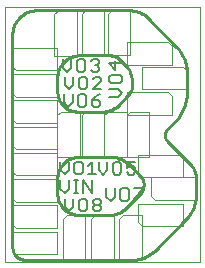
<source format=gto>
G75*
%MOIN*%
%OFA0B0*%
%FSLAX24Y24*%
%IPPOS*%
%LPD*%
%AMOC8*
5,1,8,0,0,1.08239X$1,22.5*
%
%ADD10C,0.0000*%
%ADD11C,0.0100*%
%ADD12C,0.0040*%
%ADD13C,0.0080*%
D10*
X002392Y002517D02*
X002392Y011017D01*
X008892Y011017D01*
X008892Y002517D01*
X002392Y002517D01*
D11*
X002642Y002998D02*
X002642Y010091D01*
X002644Y010146D01*
X002649Y010200D01*
X002659Y010254D01*
X002672Y010307D01*
X002688Y010359D01*
X002708Y010410D01*
X002732Y010459D01*
X002758Y010507D01*
X002788Y010552D01*
X002821Y010596D01*
X002857Y010637D01*
X002896Y010676D01*
X002937Y010712D01*
X002981Y010745D01*
X003026Y010775D01*
X003074Y010801D01*
X003123Y010825D01*
X003174Y010845D01*
X003226Y010861D01*
X003279Y010874D01*
X003333Y010884D01*
X003387Y010889D01*
X003442Y010891D01*
X003442Y010892D02*
X006560Y010892D01*
X007126Y010657D02*
X008102Y009681D01*
X008454Y008831D02*
X008454Y008152D01*
X008049Y007174D02*
X007811Y006936D01*
X007811Y006935D02*
X007790Y006911D01*
X007771Y006886D01*
X007756Y006858D01*
X007744Y006828D01*
X007735Y006798D01*
X007730Y006767D01*
X007728Y006735D01*
X007730Y006703D01*
X007735Y006672D01*
X007744Y006642D01*
X007756Y006612D01*
X007771Y006584D01*
X007790Y006559D01*
X007811Y006535D01*
X008540Y005806D01*
X008767Y005259D02*
X008767Y004787D01*
X008767Y005259D02*
X008765Y005310D01*
X008760Y005360D01*
X008752Y005410D01*
X008741Y005459D01*
X008726Y005507D01*
X008708Y005555D01*
X008687Y005601D01*
X008663Y005646D01*
X008637Y005688D01*
X008607Y005730D01*
X008575Y005769D01*
X008541Y005806D01*
X008766Y004787D02*
X008764Y004721D01*
X008759Y004656D01*
X008751Y004591D01*
X008739Y004526D01*
X008723Y004462D01*
X008705Y004399D01*
X008683Y004337D01*
X008657Y004276D01*
X008629Y004217D01*
X008598Y004159D01*
X008563Y004103D01*
X008526Y004049D01*
X008486Y003997D01*
X008443Y003947D01*
X008398Y003899D01*
X008399Y003899D02*
X007382Y002882D01*
X006651Y002579D02*
X003061Y002579D01*
X003022Y002581D01*
X002984Y002586D01*
X002946Y002595D01*
X002910Y002607D01*
X002874Y002623D01*
X002840Y002642D01*
X002808Y002664D01*
X002779Y002688D01*
X002751Y002716D01*
X002727Y002745D01*
X002705Y002777D01*
X002686Y002811D01*
X002670Y002847D01*
X002658Y002883D01*
X002649Y002921D01*
X002644Y002959D01*
X002642Y002998D01*
X004142Y004778D02*
X004142Y005288D01*
X004144Y005340D01*
X004149Y005392D01*
X004159Y005443D01*
X004172Y005493D01*
X004188Y005543D01*
X004208Y005591D01*
X004231Y005637D01*
X004258Y005682D01*
X004287Y005725D01*
X004320Y005765D01*
X004356Y005803D01*
X004394Y005839D01*
X004434Y005872D01*
X004477Y005901D01*
X004522Y005928D01*
X004568Y005951D01*
X004616Y005971D01*
X004666Y005987D01*
X004716Y006000D01*
X004767Y006010D01*
X004819Y006015D01*
X004871Y006017D01*
X005849Y006017D01*
X006562Y005721D02*
X006901Y005382D01*
X006900Y005382D02*
X006926Y005354D01*
X006949Y005322D01*
X006969Y005289D01*
X006986Y005254D01*
X006999Y005218D01*
X007008Y005180D01*
X007014Y005142D01*
X007016Y005103D01*
X006867Y004742D02*
X006413Y004288D01*
X005909Y004079D02*
X004840Y004079D01*
X004790Y004081D01*
X004741Y004086D01*
X004691Y004095D01*
X004643Y004107D01*
X004596Y004123D01*
X004550Y004142D01*
X004505Y004165D01*
X004462Y004190D01*
X004421Y004218D01*
X004382Y004250D01*
X004346Y004284D01*
X004312Y004320D01*
X004280Y004359D01*
X004252Y004400D01*
X004227Y004443D01*
X004204Y004488D01*
X004185Y004534D01*
X004169Y004581D01*
X004157Y004629D01*
X004148Y004679D01*
X004143Y004728D01*
X004141Y004778D01*
X005849Y006017D02*
X005910Y006015D01*
X005971Y006010D01*
X006031Y006000D01*
X006090Y005988D01*
X006149Y005971D01*
X006206Y005951D01*
X006263Y005928D01*
X006317Y005902D01*
X006370Y005872D01*
X006422Y005839D01*
X006471Y005802D01*
X006517Y005763D01*
X006562Y005722D01*
X007017Y005103D02*
X007015Y005059D01*
X007009Y005014D01*
X007000Y004971D01*
X006986Y004929D01*
X006969Y004887D01*
X006949Y004848D01*
X006925Y004810D01*
X006898Y004775D01*
X006868Y004742D01*
X006413Y004288D02*
X006376Y004253D01*
X006336Y004221D01*
X006294Y004192D01*
X006251Y004166D01*
X006205Y004143D01*
X006158Y004124D01*
X006110Y004108D01*
X006061Y004095D01*
X006010Y004086D01*
X005960Y004081D01*
X005909Y004079D01*
X006651Y002579D02*
X006713Y002581D01*
X006776Y002587D01*
X006838Y002596D01*
X006899Y002609D01*
X006959Y002626D01*
X007018Y002646D01*
X007076Y002670D01*
X007132Y002698D01*
X007186Y002728D01*
X007239Y002762D01*
X007289Y002799D01*
X007337Y002839D01*
X007383Y002882D01*
X005679Y007517D02*
X004815Y007517D01*
X004765Y007519D01*
X004715Y007525D01*
X004665Y007534D01*
X004617Y007547D01*
X004569Y007564D01*
X004523Y007584D01*
X004478Y007607D01*
X004436Y007634D01*
X004395Y007664D01*
X004357Y007697D01*
X004322Y007732D01*
X004289Y007770D01*
X004259Y007811D01*
X004232Y007854D01*
X004209Y007898D01*
X004189Y007944D01*
X004172Y007992D01*
X004159Y008040D01*
X004150Y008090D01*
X004144Y008140D01*
X004142Y008190D01*
X004142Y008663D01*
X004144Y008715D01*
X004149Y008767D01*
X004159Y008818D01*
X004172Y008868D01*
X004188Y008918D01*
X004208Y008966D01*
X004231Y009012D01*
X004258Y009057D01*
X004287Y009100D01*
X004320Y009140D01*
X004356Y009178D01*
X004394Y009214D01*
X004434Y009247D01*
X004477Y009276D01*
X004522Y009303D01*
X004568Y009326D01*
X004616Y009346D01*
X004666Y009362D01*
X004716Y009375D01*
X004767Y009385D01*
X004819Y009390D01*
X004871Y009392D01*
X005877Y009392D01*
X006222Y009249D02*
X006370Y009101D01*
X006222Y009249D02*
X006191Y009278D01*
X006157Y009304D01*
X006121Y009327D01*
X006083Y009346D01*
X006044Y009363D01*
X006003Y009375D01*
X005962Y009385D01*
X005920Y009390D01*
X005877Y009392D01*
X006560Y010891D02*
X006612Y010889D01*
X006664Y010884D01*
X006716Y010876D01*
X006767Y010864D01*
X006817Y010849D01*
X006866Y010830D01*
X006914Y010808D01*
X006960Y010784D01*
X007004Y010756D01*
X007047Y010726D01*
X007087Y010692D01*
X007126Y010657D01*
X008102Y009681D02*
X008148Y009632D01*
X008192Y009580D01*
X008232Y009527D01*
X008270Y009471D01*
X008304Y009412D01*
X008335Y009353D01*
X008363Y009291D01*
X008387Y009228D01*
X008407Y009164D01*
X008424Y009098D01*
X008437Y009032D01*
X008446Y008966D01*
X008452Y008898D01*
X008454Y008831D01*
X008454Y008152D02*
X008452Y008080D01*
X008446Y008007D01*
X008437Y007936D01*
X008424Y007864D01*
X008407Y007794D01*
X008386Y007725D01*
X008362Y007656D01*
X008334Y007589D01*
X008303Y007524D01*
X008269Y007460D01*
X008231Y007399D01*
X008190Y007339D01*
X008146Y007282D01*
X008099Y007227D01*
X008049Y007174D01*
X006472Y008034D02*
X006149Y007711D01*
X006114Y007679D01*
X006077Y007649D01*
X006038Y007622D01*
X005997Y007598D01*
X005955Y007577D01*
X005911Y007559D01*
X005866Y007544D01*
X005820Y007532D01*
X005773Y007524D01*
X005726Y007519D01*
X005679Y007517D01*
X006642Y008444D02*
X006640Y008505D01*
X006634Y008565D01*
X006624Y008625D01*
X006610Y008684D01*
X006593Y008743D01*
X006571Y008800D01*
X006546Y008855D01*
X006518Y008909D01*
X006485Y008960D01*
X006450Y009010D01*
X006411Y009057D01*
X006370Y009101D01*
X006642Y008444D02*
X006640Y008398D01*
X006635Y008353D01*
X006626Y008309D01*
X006614Y008265D01*
X006598Y008222D01*
X006579Y008181D01*
X006557Y008141D01*
X006531Y008103D01*
X006503Y008067D01*
X006472Y008034D01*
D12*
X006469Y008168D02*
X007844Y008168D01*
X007969Y008043D01*
X007969Y007418D01*
X006469Y007418D01*
X006469Y008168D01*
X006954Y008267D02*
X006954Y009017D01*
X008329Y009017D01*
X008454Y008892D01*
X008454Y008267D01*
X006954Y008267D01*
X007204Y007517D02*
X006579Y007517D01*
X006454Y007392D01*
X006454Y006017D01*
X005704Y006017D01*
X005704Y007392D01*
X005829Y007517D01*
X006454Y007517D01*
X006454Y006017D01*
X007204Y006017D01*
X007204Y007517D01*
X006829Y006079D02*
X008329Y006079D01*
X008329Y005329D01*
X006954Y005329D01*
X006829Y005454D01*
X006829Y006079D01*
X007267Y005329D02*
X008767Y005329D01*
X008767Y004579D01*
X007392Y004579D01*
X007267Y004704D01*
X007267Y005329D01*
X006829Y004454D02*
X008329Y004454D01*
X008329Y003704D01*
X006954Y003704D01*
X006829Y003829D01*
X006829Y004454D01*
X006954Y004079D02*
X006954Y002579D01*
X006204Y002579D01*
X006204Y003954D01*
X006329Y004079D01*
X006954Y004079D01*
X006017Y004079D02*
X006017Y002579D01*
X005267Y002579D01*
X005267Y003954D01*
X005392Y004079D01*
X006017Y004079D01*
X005079Y004079D02*
X005079Y002579D01*
X004329Y002579D01*
X004329Y003954D01*
X004454Y004079D01*
X005079Y004079D01*
X004142Y004392D02*
X004142Y003642D01*
X002767Y003642D01*
X002642Y003767D01*
X002642Y004392D01*
X004142Y004392D01*
X004142Y004517D02*
X002767Y004517D01*
X002642Y004642D01*
X002642Y005267D01*
X004142Y005267D01*
X004142Y004517D01*
X004142Y005392D02*
X002767Y005392D01*
X002642Y005517D01*
X002642Y006142D01*
X004142Y006142D01*
X004142Y005392D01*
X004142Y006017D02*
X004142Y007392D01*
X004267Y007517D01*
X004892Y007517D01*
X004892Y006017D01*
X004142Y006017D01*
X004142Y006267D02*
X002767Y006267D01*
X002642Y006392D01*
X002642Y007017D01*
X004142Y007017D01*
X004142Y006267D01*
X004954Y006017D02*
X004954Y007392D01*
X005079Y007517D01*
X005704Y007517D01*
X005704Y006017D01*
X004954Y006017D01*
X004142Y007142D02*
X002767Y007142D01*
X002642Y007267D01*
X002642Y007892D01*
X004142Y007892D01*
X004142Y007142D01*
X004142Y008017D02*
X002767Y008017D01*
X002642Y008142D01*
X002642Y008767D01*
X004142Y008767D01*
X004142Y008017D01*
X004142Y008892D02*
X002767Y008892D01*
X002642Y009017D01*
X002642Y009642D01*
X004142Y009642D01*
X004142Y008892D01*
X004035Y009384D02*
X004035Y010759D01*
X004160Y010884D01*
X004785Y010884D01*
X004785Y009384D01*
X004035Y009384D01*
X004954Y009392D02*
X004954Y010767D01*
X005079Y010892D01*
X005704Y010892D01*
X005704Y009392D01*
X004954Y009392D01*
X005829Y009392D02*
X005829Y010767D01*
X005954Y010892D01*
X006579Y010892D01*
X006579Y009392D01*
X005829Y009392D01*
X006454Y009079D02*
X006454Y009829D01*
X007829Y009829D01*
X007954Y009704D01*
X007954Y009079D01*
X006454Y009079D01*
X004142Y003517D02*
X002642Y003517D01*
X002642Y002892D01*
X002767Y002767D01*
X004142Y002767D01*
X004142Y003517D01*
D13*
X004534Y004194D02*
X004674Y004334D01*
X004674Y004615D01*
X004855Y004544D02*
X004855Y004264D01*
X004925Y004194D01*
X005065Y004194D01*
X005135Y004264D01*
X005135Y004544D01*
X005065Y004615D01*
X004925Y004615D01*
X004855Y004544D01*
X004845Y004807D02*
X004705Y004807D01*
X004775Y004807D02*
X004775Y005227D01*
X004705Y005227D02*
X004845Y005227D01*
X005011Y005227D02*
X005292Y004807D01*
X005292Y005227D01*
X005305Y005432D02*
X005305Y005852D01*
X005165Y005712D01*
X004985Y005782D02*
X004985Y005502D01*
X004915Y005432D01*
X004775Y005432D01*
X004705Y005502D01*
X004705Y005782D01*
X004775Y005852D01*
X004915Y005852D01*
X004985Y005782D01*
X005165Y005432D02*
X005445Y005432D01*
X005525Y005559D02*
X005666Y005419D01*
X005806Y005559D01*
X005806Y005840D01*
X005986Y005769D02*
X005986Y005489D01*
X006056Y005419D01*
X006196Y005419D01*
X006266Y005489D01*
X006266Y005769D01*
X006196Y005840D01*
X006056Y005840D01*
X005986Y005769D01*
X006446Y005840D02*
X006446Y005629D01*
X006586Y005699D01*
X006656Y005699D01*
X006727Y005629D01*
X006727Y005489D01*
X006656Y005419D01*
X006516Y005419D01*
X006446Y005489D01*
X006446Y005840D02*
X006727Y005840D01*
X006696Y004965D02*
X006977Y004965D01*
X006977Y004894D01*
X006696Y004614D01*
X006696Y004544D01*
X006516Y004614D02*
X006516Y004894D01*
X006446Y004965D01*
X006306Y004965D01*
X006236Y004894D01*
X006236Y004614D01*
X006306Y004544D01*
X006446Y004544D01*
X006516Y004614D01*
X006056Y004684D02*
X006056Y004965D01*
X005775Y004965D02*
X005775Y004684D01*
X005916Y004544D01*
X006056Y004684D01*
X005595Y004544D02*
X005595Y004474D01*
X005525Y004404D01*
X005385Y004404D01*
X005315Y004474D01*
X005315Y004544D01*
X005385Y004615D01*
X005525Y004615D01*
X005595Y004544D01*
X005525Y004404D02*
X005595Y004334D01*
X005595Y004264D01*
X005525Y004194D01*
X005385Y004194D01*
X005315Y004264D01*
X005315Y004334D01*
X005385Y004404D01*
X005011Y004807D02*
X005011Y005227D01*
X004524Y005227D02*
X004524Y004947D01*
X004384Y004807D01*
X004244Y004947D01*
X004244Y005227D01*
X004384Y005432D02*
X004524Y005572D01*
X004524Y005852D01*
X004244Y005852D02*
X004244Y005572D01*
X004384Y005432D01*
X004394Y004615D02*
X004394Y004334D01*
X004534Y004194D01*
X005525Y005559D02*
X005525Y005840D01*
X005500Y007682D02*
X005360Y007682D01*
X005290Y007752D01*
X005290Y007892D01*
X005500Y007892D01*
X005570Y007822D01*
X005570Y007752D01*
X005500Y007682D01*
X005290Y007892D02*
X005430Y008032D01*
X005570Y008102D01*
X005595Y008257D02*
X005315Y008257D01*
X005595Y008537D01*
X005595Y008607D01*
X005525Y008677D01*
X005385Y008677D01*
X005315Y008607D01*
X005135Y008607D02*
X005135Y008327D01*
X005065Y008257D01*
X004925Y008257D01*
X004855Y008327D01*
X004855Y008607D01*
X004925Y008677D01*
X005065Y008677D01*
X005135Y008607D01*
X005000Y008846D02*
X004860Y008846D01*
X004790Y008916D01*
X004790Y009197D01*
X004860Y009267D01*
X005000Y009267D01*
X005070Y009197D01*
X005070Y008916D01*
X005000Y008846D01*
X005250Y008916D02*
X005320Y008846D01*
X005461Y008846D01*
X005531Y008916D01*
X005531Y008986D01*
X005461Y009056D01*
X005390Y009056D01*
X005461Y009056D02*
X005531Y009127D01*
X005531Y009197D01*
X005461Y009267D01*
X005320Y009267D01*
X005250Y009197D01*
X004674Y008677D02*
X004674Y008397D01*
X004534Y008257D01*
X004394Y008397D01*
X004394Y008677D01*
X004470Y008846D02*
X004610Y008986D01*
X004610Y009267D01*
X004330Y009267D02*
X004330Y008986D01*
X004470Y008846D01*
X004369Y008102D02*
X004369Y007822D01*
X004509Y007682D01*
X004649Y007822D01*
X004649Y008102D01*
X004830Y008032D02*
X004830Y007752D01*
X004900Y007682D01*
X005040Y007682D01*
X005110Y007752D01*
X005110Y008032D01*
X005040Y008102D01*
X004900Y008102D01*
X004830Y008032D01*
X005869Y007994D02*
X006149Y007994D01*
X006289Y008134D01*
X006149Y008274D01*
X005869Y008274D01*
X005939Y008455D02*
X005869Y008525D01*
X005869Y008665D01*
X005939Y008735D01*
X006219Y008735D01*
X006289Y008665D01*
X006289Y008525D01*
X006219Y008455D01*
X005939Y008455D01*
X006079Y008915D02*
X006079Y009195D01*
X006289Y009125D02*
X005869Y009125D01*
X006079Y008915D01*
M02*

</source>
